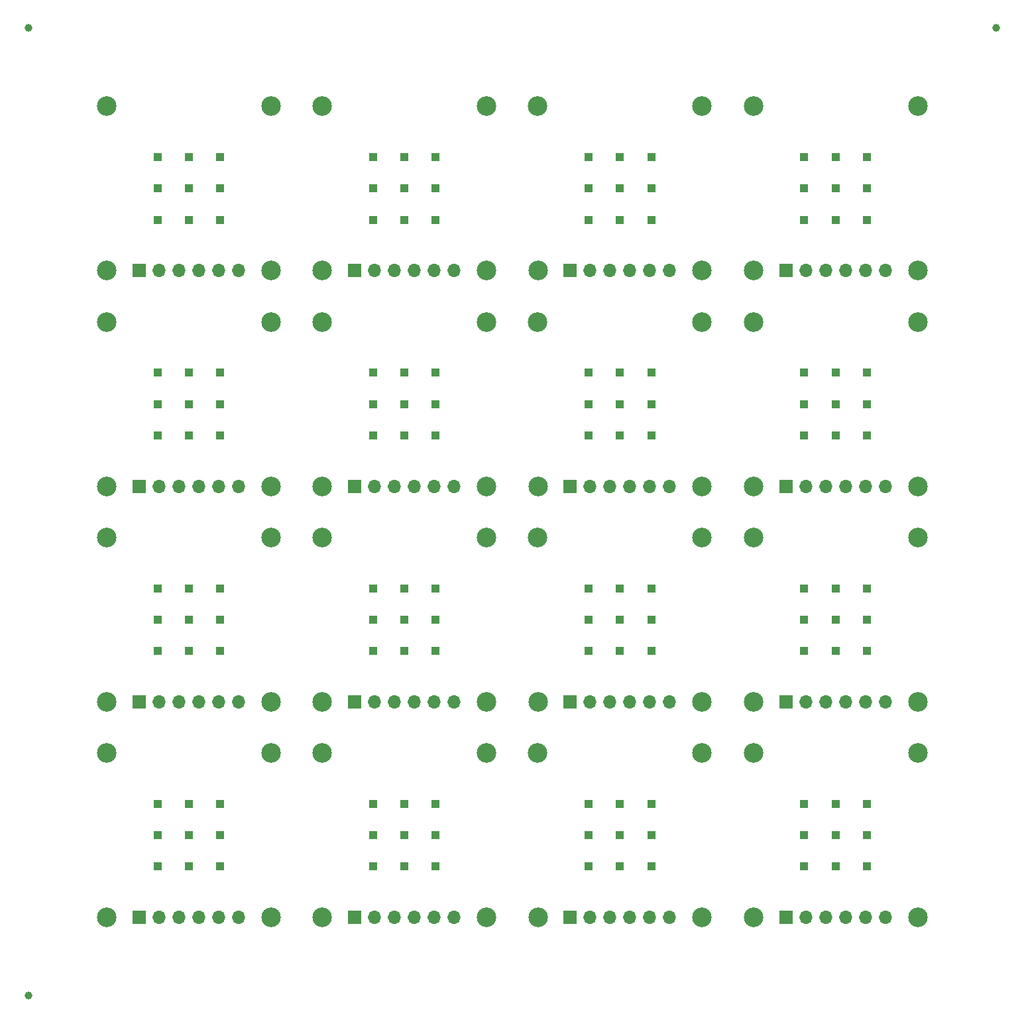
<source format=gbr>
%TF.GenerationSoftware,KiCad,Pcbnew,(6.0.7)*%
%TF.CreationDate,2022-10-24T21:44:15-05:00*%
%TF.ProjectId,Panelized,50616e65-6c69-47a6-9564-2e6b69636164,4*%
%TF.SameCoordinates,Original*%
%TF.FileFunction,Soldermask,Bot*%
%TF.FilePolarity,Negative*%
%FSLAX46Y46*%
G04 Gerber Fmt 4.6, Leading zero omitted, Abs format (unit mm)*
G04 Created by KiCad (PCBNEW (6.0.7)) date 2022-10-24 21:44:15*
%MOMM*%
%LPD*%
G01*
G04 APERTURE LIST*
%ADD10R,1.000000X1.000000*%
%ADD11C,1.000000*%
%ADD12C,2.500000*%
%ADD13R,1.700000X1.700000*%
%ADD14O,1.700000X1.700000*%
G04 APERTURE END LIST*
D10*
%TO.C,TP4*%
X94580000Y-90580000D03*
%TD*%
%TO.C,TP3*%
X31500000Y-59040000D03*
%TD*%
%TO.C,TP6*%
X114120000Y-63040000D03*
%TD*%
%TO.C,TP8*%
X35500000Y-39500000D03*
%TD*%
%TO.C,TP5*%
X35500000Y-118120000D03*
%TD*%
%TO.C,TP3*%
X114120000Y-114120000D03*
%TD*%
%TO.C,TP5*%
X35500000Y-35500000D03*
%TD*%
%TO.C,TP9*%
X31500000Y-67040000D03*
%TD*%
%TO.C,TP6*%
X114120000Y-118120000D03*
%TD*%
%TO.C,TP1*%
X39500000Y-114120000D03*
%TD*%
%TO.C,TP9*%
X114120000Y-67040000D03*
%TD*%
%TO.C,TP9*%
X59040000Y-94580000D03*
%TD*%
%TO.C,TP6*%
X59040000Y-90580000D03*
%TD*%
%TO.C,TP9*%
X114120000Y-94580000D03*
%TD*%
%TO.C,TP3*%
X86580000Y-31500000D03*
%TD*%
%TO.C,TP4*%
X39500000Y-90580000D03*
%TD*%
%TO.C,TP5*%
X63040000Y-35500000D03*
%TD*%
%TO.C,TP9*%
X86580000Y-67040000D03*
%TD*%
%TO.C,TP9*%
X59040000Y-122120000D03*
%TD*%
%TO.C,TP6*%
X86580000Y-90580000D03*
%TD*%
%TO.C,TP1*%
X94580000Y-31500000D03*
%TD*%
D11*
%TO.C,REF\u002A\u002A*%
X15000000Y-15000000D03*
%TD*%
D10*
%TO.C,TP6*%
X86580000Y-35500000D03*
%TD*%
%TO.C,TP2*%
X35500000Y-86580000D03*
%TD*%
%TO.C,TP7*%
X122120000Y-122120000D03*
%TD*%
%TO.C,TP9*%
X59040000Y-67040000D03*
%TD*%
%TO.C,TP4*%
X39500000Y-35500000D03*
%TD*%
%TO.C,TP5*%
X90580000Y-90580000D03*
%TD*%
%TO.C,TP2*%
X90580000Y-59040000D03*
%TD*%
%TO.C,TP4*%
X122120000Y-35500000D03*
%TD*%
%TO.C,TP3*%
X86580000Y-86580000D03*
%TD*%
%TO.C,TP5*%
X90580000Y-63040000D03*
%TD*%
%TO.C,TP6*%
X114120000Y-90580000D03*
%TD*%
%TO.C,TP3*%
X86580000Y-114120000D03*
%TD*%
%TO.C,TP2*%
X35500000Y-59040000D03*
%TD*%
%TO.C,TP8*%
X90580000Y-39500000D03*
%TD*%
%TO.C,TP8*%
X63040000Y-39500000D03*
%TD*%
%TO.C,TP8*%
X63040000Y-122120000D03*
%TD*%
%TO.C,TP4*%
X122120000Y-90580000D03*
%TD*%
%TO.C,TP1*%
X94580000Y-86580000D03*
%TD*%
%TO.C,TP4*%
X67040000Y-118120000D03*
%TD*%
%TO.C,TP7*%
X94580000Y-94580000D03*
%TD*%
%TO.C,TP8*%
X118120000Y-122120000D03*
%TD*%
%TO.C,TP8*%
X35500000Y-94580000D03*
%TD*%
%TO.C,TP4*%
X39500000Y-63040000D03*
%TD*%
%TO.C,TP2*%
X63040000Y-31500000D03*
%TD*%
%TO.C,TP1*%
X67040000Y-114120000D03*
%TD*%
%TO.C,TP2*%
X35500000Y-31500000D03*
%TD*%
%TO.C,TP2*%
X90580000Y-114120000D03*
%TD*%
%TO.C,TP4*%
X94580000Y-63040000D03*
%TD*%
D11*
%TO.C,REF\u002A\u002A*%
X15000000Y-138620000D03*
%TD*%
D10*
%TO.C,TP7*%
X94580000Y-39500000D03*
%TD*%
%TO.C,TP4*%
X122120000Y-118120000D03*
%TD*%
%TO.C,TP2*%
X118120000Y-31500000D03*
%TD*%
%TO.C,TP8*%
X90580000Y-122120000D03*
%TD*%
%TO.C,TP7*%
X67040000Y-39500000D03*
%TD*%
%TO.C,TP9*%
X86580000Y-39500000D03*
%TD*%
%TO.C,TP7*%
X67040000Y-122120000D03*
%TD*%
%TO.C,TP1*%
X122120000Y-31500000D03*
%TD*%
%TO.C,TP1*%
X122120000Y-59040000D03*
%TD*%
%TO.C,TP3*%
X59040000Y-114120000D03*
%TD*%
%TO.C,TP3*%
X59040000Y-31500000D03*
%TD*%
%TO.C,TP7*%
X94580000Y-67040000D03*
%TD*%
%TO.C,TP3*%
X114120000Y-86580000D03*
%TD*%
%TO.C,TP7*%
X122120000Y-94580000D03*
%TD*%
%TO.C,TP5*%
X90580000Y-35500000D03*
%TD*%
%TO.C,TP7*%
X39500000Y-67040000D03*
%TD*%
%TO.C,TP9*%
X86580000Y-94580000D03*
%TD*%
%TO.C,TP4*%
X67040000Y-90580000D03*
%TD*%
%TO.C,TP2*%
X118120000Y-86580000D03*
%TD*%
%TO.C,TP6*%
X59040000Y-118120000D03*
%TD*%
%TO.C,TP1*%
X122120000Y-114120000D03*
%TD*%
%TO.C,TP3*%
X31500000Y-31500000D03*
%TD*%
%TO.C,TP7*%
X39500000Y-122120000D03*
%TD*%
%TO.C,TP5*%
X35500000Y-63040000D03*
%TD*%
%TO.C,TP7*%
X122120000Y-67040000D03*
%TD*%
%TO.C,TP1*%
X39500000Y-31500000D03*
%TD*%
%TO.C,TP4*%
X122120000Y-63040000D03*
%TD*%
%TO.C,TP5*%
X35500000Y-90580000D03*
%TD*%
%TO.C,TP6*%
X86580000Y-118120000D03*
%TD*%
%TO.C,TP1*%
X67040000Y-59040000D03*
%TD*%
%TO.C,TP1*%
X39500000Y-86580000D03*
%TD*%
%TO.C,TP6*%
X31500000Y-63040000D03*
%TD*%
%TO.C,TP4*%
X94580000Y-118120000D03*
%TD*%
%TO.C,TP6*%
X59040000Y-35500000D03*
%TD*%
%TO.C,TP5*%
X63040000Y-90580000D03*
%TD*%
%TO.C,TP3*%
X86580000Y-59040000D03*
%TD*%
%TO.C,TP2*%
X90580000Y-31500000D03*
%TD*%
%TO.C,TP4*%
X39500000Y-118120000D03*
%TD*%
%TO.C,TP1*%
X39500000Y-59040000D03*
%TD*%
%TO.C,TP3*%
X59040000Y-86580000D03*
%TD*%
%TO.C,TP2*%
X63040000Y-86580000D03*
%TD*%
%TO.C,TP6*%
X31500000Y-118120000D03*
%TD*%
%TO.C,TP2*%
X90580000Y-86580000D03*
%TD*%
%TO.C,TP5*%
X118120000Y-118120000D03*
%TD*%
%TO.C,TP4*%
X94580000Y-35500000D03*
%TD*%
%TO.C,TP9*%
X31500000Y-39500000D03*
%TD*%
%TO.C,TP6*%
X31500000Y-35500000D03*
%TD*%
%TO.C,TP6*%
X59040000Y-63040000D03*
%TD*%
%TO.C,TP8*%
X63040000Y-67040000D03*
%TD*%
%TO.C,TP8*%
X90580000Y-94580000D03*
%TD*%
%TO.C,TP2*%
X118120000Y-114120000D03*
%TD*%
D11*
%TO.C,REF\u002A\u002A*%
X138620000Y-15000000D03*
%TD*%
D10*
%TO.C,TP3*%
X59040000Y-59040000D03*
%TD*%
%TO.C,TP1*%
X67040000Y-31500000D03*
%TD*%
%TO.C,TP8*%
X90580000Y-67040000D03*
%TD*%
%TO.C,TP1*%
X94580000Y-59040000D03*
%TD*%
%TO.C,TP9*%
X59040000Y-39500000D03*
%TD*%
%TO.C,TP5*%
X118120000Y-90580000D03*
%TD*%
%TO.C,TP9*%
X86580000Y-122120000D03*
%TD*%
%TO.C,TP1*%
X94580000Y-114120000D03*
%TD*%
%TO.C,TP9*%
X31500000Y-94580000D03*
%TD*%
%TO.C,TP6*%
X114120000Y-35500000D03*
%TD*%
%TO.C,TP6*%
X86580000Y-63040000D03*
%TD*%
%TO.C,TP7*%
X39500000Y-39500000D03*
%TD*%
%TO.C,TP3*%
X31500000Y-86580000D03*
%TD*%
%TO.C,TP7*%
X122120000Y-39500000D03*
%TD*%
%TO.C,TP8*%
X118120000Y-94580000D03*
%TD*%
%TO.C,TP7*%
X94580000Y-122120000D03*
%TD*%
%TO.C,TP5*%
X63040000Y-118120000D03*
%TD*%
%TO.C,TP9*%
X114120000Y-39500000D03*
%TD*%
%TO.C,TP8*%
X118120000Y-67040000D03*
%TD*%
%TO.C,TP4*%
X67040000Y-63040000D03*
%TD*%
%TO.C,TP1*%
X67040000Y-86580000D03*
%TD*%
%TO.C,TP5*%
X63040000Y-63040000D03*
%TD*%
%TO.C,TP3*%
X114120000Y-31500000D03*
%TD*%
%TO.C,TP7*%
X39500000Y-94580000D03*
%TD*%
%TO.C,TP2*%
X35500000Y-114120000D03*
%TD*%
%TO.C,TP1*%
X122120000Y-86580000D03*
%TD*%
%TO.C,TP3*%
X114120000Y-59040000D03*
%TD*%
%TO.C,TP4*%
X67040000Y-35500000D03*
%TD*%
%TO.C,TP9*%
X31500000Y-122120000D03*
%TD*%
%TO.C,TP7*%
X67040000Y-94580000D03*
%TD*%
%TO.C,TP2*%
X118120000Y-59040000D03*
%TD*%
%TO.C,TP5*%
X118120000Y-35500000D03*
%TD*%
%TO.C,TP8*%
X63040000Y-94580000D03*
%TD*%
%TO.C,TP8*%
X35500000Y-122120000D03*
%TD*%
%TO.C,TP9*%
X114120000Y-122120000D03*
%TD*%
%TO.C,TP8*%
X118120000Y-39500000D03*
%TD*%
%TO.C,TP8*%
X35500000Y-67040000D03*
%TD*%
%TO.C,TP2*%
X63040000Y-114120000D03*
%TD*%
%TO.C,TP5*%
X90580000Y-118120000D03*
%TD*%
%TO.C,TP5*%
X118120000Y-63040000D03*
%TD*%
%TO.C,TP2*%
X63040000Y-59040000D03*
%TD*%
%TO.C,TP6*%
X31500000Y-90580000D03*
%TD*%
%TO.C,TP7*%
X67040000Y-67040000D03*
%TD*%
%TO.C,TP3*%
X31500000Y-114120000D03*
%TD*%
D12*
%TO.C,H1*%
X107620000Y-107620000D03*
%TD*%
%TO.C,H4*%
X73540000Y-128620000D03*
%TD*%
D13*
%TO.C,J2*%
X111770000Y-128620000D03*
D14*
X114310000Y-128620000D03*
X116850000Y-128620000D03*
X119390000Y-128620000D03*
X121930000Y-128620000D03*
X124470000Y-128620000D03*
%TD*%
D12*
%TO.C,H4*%
X101080000Y-73540000D03*
%TD*%
%TO.C,H1*%
X80080000Y-107620000D03*
%TD*%
%TO.C,H4*%
X73540000Y-101080000D03*
%TD*%
%TO.C,H1*%
X80080000Y-80080000D03*
%TD*%
D13*
%TO.C,J2*%
X29150000Y-46000000D03*
D14*
X31690000Y-46000000D03*
X34230000Y-46000000D03*
X36770000Y-46000000D03*
X39310000Y-46000000D03*
X41850000Y-46000000D03*
%TD*%
D13*
%TO.C,J2*%
X29150000Y-101080000D03*
D14*
X31690000Y-101080000D03*
X34230000Y-101080000D03*
X36770000Y-101080000D03*
X39310000Y-101080000D03*
X41850000Y-101080000D03*
%TD*%
D13*
%TO.C,J2*%
X111770000Y-101080000D03*
D14*
X114310000Y-101080000D03*
X116850000Y-101080000D03*
X119390000Y-101080000D03*
X121930000Y-101080000D03*
X124470000Y-101080000D03*
%TD*%
D12*
%TO.C,H3*%
X25020000Y-46000000D03*
%TD*%
%TO.C,H1*%
X80080000Y-25000000D03*
%TD*%
%TO.C,H2*%
X73540000Y-25000000D03*
%TD*%
%TO.C,H4*%
X46000000Y-46000000D03*
%TD*%
%TO.C,H4*%
X128620000Y-101080000D03*
%TD*%
%TO.C,H1*%
X52540000Y-80080000D03*
%TD*%
%TO.C,H2*%
X101080000Y-52540000D03*
%TD*%
D13*
%TO.C,J2*%
X56690000Y-73540000D03*
D14*
X59230000Y-73540000D03*
X61770000Y-73540000D03*
X64310000Y-73540000D03*
X66850000Y-73540000D03*
X69390000Y-73540000D03*
%TD*%
D12*
%TO.C,H3*%
X107640000Y-128620000D03*
%TD*%
%TO.C,H3*%
X52560000Y-101080000D03*
%TD*%
%TO.C,H2*%
X128620000Y-107620000D03*
%TD*%
D13*
%TO.C,J2*%
X56690000Y-128620000D03*
D14*
X59230000Y-128620000D03*
X61770000Y-128620000D03*
X64310000Y-128620000D03*
X66850000Y-128620000D03*
X69390000Y-128620000D03*
%TD*%
D13*
%TO.C,J2*%
X84230000Y-101080000D03*
D14*
X86770000Y-101080000D03*
X89310000Y-101080000D03*
X91850000Y-101080000D03*
X94390000Y-101080000D03*
X96930000Y-101080000D03*
%TD*%
D12*
%TO.C,H3*%
X80100000Y-128620000D03*
%TD*%
%TO.C,H4*%
X101080000Y-46000000D03*
%TD*%
%TO.C,H2*%
X46000000Y-52540000D03*
%TD*%
D13*
%TO.C,J2*%
X29150000Y-128620000D03*
D14*
X31690000Y-128620000D03*
X34230000Y-128620000D03*
X36770000Y-128620000D03*
X39310000Y-128620000D03*
X41850000Y-128620000D03*
%TD*%
D12*
%TO.C,H2*%
X73540000Y-107620000D03*
%TD*%
%TO.C,H1*%
X107620000Y-52540000D03*
%TD*%
%TO.C,H4*%
X128620000Y-46000000D03*
%TD*%
%TO.C,H2*%
X101080000Y-25000000D03*
%TD*%
%TO.C,H1*%
X52540000Y-52540000D03*
%TD*%
%TO.C,H4*%
X46000000Y-73540000D03*
%TD*%
D13*
%TO.C,J2*%
X56690000Y-46000000D03*
D14*
X59230000Y-46000000D03*
X61770000Y-46000000D03*
X64310000Y-46000000D03*
X66850000Y-46000000D03*
X69390000Y-46000000D03*
%TD*%
D12*
%TO.C,H3*%
X80100000Y-46000000D03*
%TD*%
%TO.C,H4*%
X46000000Y-128620000D03*
%TD*%
D13*
%TO.C,J2*%
X56690000Y-101080000D03*
D14*
X59230000Y-101080000D03*
X61770000Y-101080000D03*
X64310000Y-101080000D03*
X66850000Y-101080000D03*
X69390000Y-101080000D03*
%TD*%
D12*
%TO.C,H4*%
X73540000Y-46000000D03*
%TD*%
%TO.C,H2*%
X46000000Y-25000000D03*
%TD*%
%TO.C,H1*%
X25000000Y-25000000D03*
%TD*%
%TO.C,H4*%
X73540000Y-73540000D03*
%TD*%
%TO.C,H3*%
X25020000Y-73540000D03*
%TD*%
%TO.C,H3*%
X52560000Y-73540000D03*
%TD*%
%TO.C,H1*%
X25000000Y-107620000D03*
%TD*%
%TO.C,H2*%
X101080000Y-80080000D03*
%TD*%
%TO.C,H2*%
X46000000Y-107620000D03*
%TD*%
D13*
%TO.C,J2*%
X111770000Y-46000000D03*
D14*
X114310000Y-46000000D03*
X116850000Y-46000000D03*
X119390000Y-46000000D03*
X121930000Y-46000000D03*
X124470000Y-46000000D03*
%TD*%
D12*
%TO.C,H1*%
X107620000Y-80080000D03*
%TD*%
%TO.C,H3*%
X52560000Y-128620000D03*
%TD*%
%TO.C,H4*%
X46000000Y-101080000D03*
%TD*%
%TO.C,H2*%
X46000000Y-80080000D03*
%TD*%
%TO.C,H2*%
X101080000Y-107620000D03*
%TD*%
%TO.C,H2*%
X128620000Y-25000000D03*
%TD*%
%TO.C,H3*%
X80100000Y-101080000D03*
%TD*%
%TO.C,H3*%
X107640000Y-101080000D03*
%TD*%
D13*
%TO.C,J2*%
X84230000Y-73540000D03*
D14*
X86770000Y-73540000D03*
X89310000Y-73540000D03*
X91850000Y-73540000D03*
X94390000Y-73540000D03*
X96930000Y-73540000D03*
%TD*%
D13*
%TO.C,J2*%
X111770000Y-73540000D03*
D14*
X114310000Y-73540000D03*
X116850000Y-73540000D03*
X119390000Y-73540000D03*
X121930000Y-73540000D03*
X124470000Y-73540000D03*
%TD*%
D13*
%TO.C,J2*%
X29150000Y-73540000D03*
D14*
X31690000Y-73540000D03*
X34230000Y-73540000D03*
X36770000Y-73540000D03*
X39310000Y-73540000D03*
X41850000Y-73540000D03*
%TD*%
D12*
%TO.C,H1*%
X25000000Y-80080000D03*
%TD*%
%TO.C,H3*%
X80100000Y-73540000D03*
%TD*%
%TO.C,H1*%
X52540000Y-25000000D03*
%TD*%
%TO.C,H3*%
X25020000Y-101080000D03*
%TD*%
%TO.C,H2*%
X73540000Y-52540000D03*
%TD*%
%TO.C,H4*%
X128620000Y-128620000D03*
%TD*%
%TO.C,H3*%
X107640000Y-46000000D03*
%TD*%
D13*
%TO.C,J2*%
X84230000Y-46000000D03*
D14*
X86770000Y-46000000D03*
X89310000Y-46000000D03*
X91850000Y-46000000D03*
X94390000Y-46000000D03*
X96930000Y-46000000D03*
%TD*%
D12*
%TO.C,H2*%
X128620000Y-52540000D03*
%TD*%
%TO.C,H1*%
X25000000Y-52540000D03*
%TD*%
%TO.C,H2*%
X73540000Y-80080000D03*
%TD*%
%TO.C,H4*%
X101080000Y-101080000D03*
%TD*%
%TO.C,H1*%
X80080000Y-52540000D03*
%TD*%
%TO.C,H2*%
X128620000Y-80080000D03*
%TD*%
D13*
%TO.C,J2*%
X84230000Y-128620000D03*
D14*
X86770000Y-128620000D03*
X89310000Y-128620000D03*
X91850000Y-128620000D03*
X94390000Y-128620000D03*
X96930000Y-128620000D03*
%TD*%
D12*
%TO.C,H1*%
X52540000Y-107620000D03*
%TD*%
%TO.C,H3*%
X25020000Y-128620000D03*
%TD*%
%TO.C,H3*%
X52560000Y-46000000D03*
%TD*%
%TO.C,H3*%
X107640000Y-73540000D03*
%TD*%
%TO.C,H4*%
X128620000Y-73540000D03*
%TD*%
%TO.C,H1*%
X107620000Y-25000000D03*
%TD*%
%TO.C,H4*%
X101080000Y-128620000D03*
%TD*%
M02*

</source>
